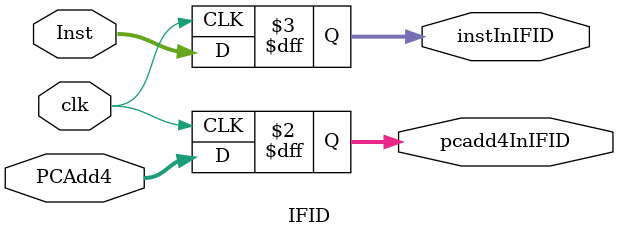
<source format=v>
`timescale 1ns / 1ps


module IFID(clk,PCAdd4,Inst,pcadd4InIFID,instInIFID);
    input clk;
    input  [31:0] PCAdd4;
    input [31:0] Inst;
    output reg [31:0] pcadd4InIFID;
    output reg [31:0] instInIFID;

    always @(posedge clk) begin
        pcadd4InIFID = PCAdd4;
        instInIFID = Inst;
    end
endmodule

</source>
